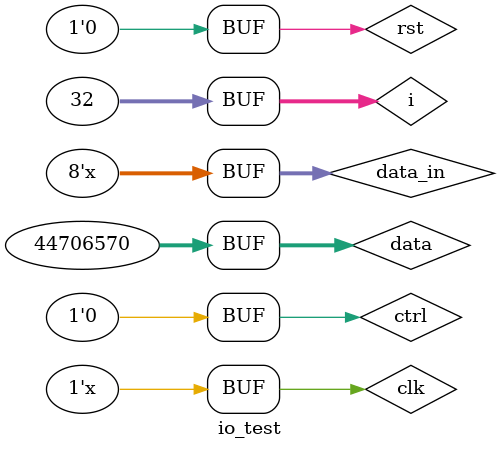
<source format=v>
`timescale 1ns / 1ps


module io_test;

	// Inputs
	reg [7:0] data_in;
	reg ctrl;
	reg clk;
	reg rst;
	reg[31:0] data=32'b00000000010101010_1000101011_00001010;
	// Outputs
	wire [32:0] data_out;

	// Instantiate the Unit Under Test (UUT)
	io_module uut (
		.data_in(data_in), 
		.ctrl(ctrl), 
		.clk(clk), 
		.rst(rst), 
		.data_out(data_out)
	);
integer i=0;
	initial begin
		// Initialize Inputs
		data_in = 0;
		ctrl = 0;
		clk = 0;
		rst = 1;
		
		// Wait 100 ns for global reset to finish
		#40;
      rst=0; 
		// Add stimulus here
		for (i=0;i<32;i=i+8) begin
		data_in=data[7:0];
		#100 ctrl=1;
		#30 ctrl=0;
		data=data>>8;
		end
	end
	always #10 clk=~clk;
      
endmodule


</source>
